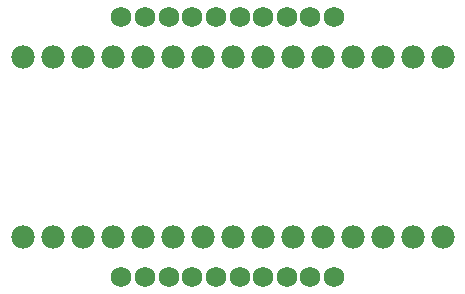
<source format=gbs>
G75*
%MOIN*%
%OFA0B0*%
%FSLAX25Y25*%
%IPPOS*%
%LPD*%
%AMOC8*
5,1,8,0,0,1.08239X$1,22.5*
%
%ADD10C,0.07800*%
%ADD11C,0.06800*%
D10*
X0011500Y0026500D03*
X0021500Y0026500D03*
X0031500Y0026500D03*
X0041500Y0026500D03*
X0051500Y0026500D03*
X0061500Y0026500D03*
X0071500Y0026500D03*
X0081500Y0026500D03*
X0091500Y0026500D03*
X0101500Y0026500D03*
X0111500Y0026500D03*
X0121500Y0026500D03*
X0131500Y0026500D03*
X0141500Y0026500D03*
X0151500Y0026500D03*
X0151500Y0086500D03*
X0141500Y0086500D03*
X0131500Y0086500D03*
X0121500Y0086500D03*
X0111500Y0086500D03*
X0101500Y0086500D03*
X0091500Y0086500D03*
X0081500Y0086500D03*
X0071500Y0086500D03*
X0061500Y0086500D03*
X0051500Y0086500D03*
X0041500Y0086500D03*
X0031500Y0086500D03*
X0021500Y0086500D03*
X0011500Y0086500D03*
D11*
X0044374Y0099807D03*
X0052248Y0099807D03*
X0060122Y0099807D03*
X0067996Y0099807D03*
X0075870Y0099807D03*
X0083744Y0099807D03*
X0091618Y0099807D03*
X0099492Y0099807D03*
X0107366Y0099807D03*
X0115240Y0099807D03*
X0115240Y0013193D03*
X0107366Y0013193D03*
X0099492Y0013193D03*
X0091618Y0013193D03*
X0083744Y0013193D03*
X0075870Y0013193D03*
X0067996Y0013193D03*
X0060122Y0013193D03*
X0052248Y0013193D03*
X0044374Y0013193D03*
M02*

</source>
